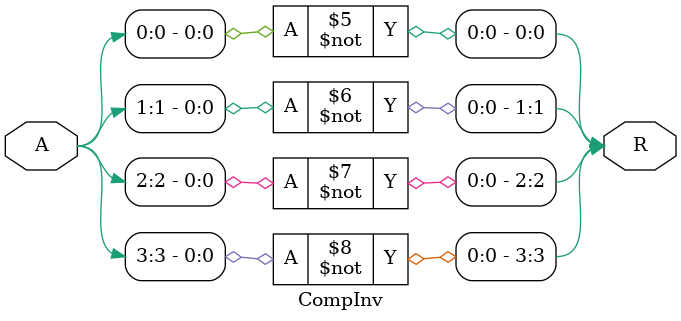
<source format=sv>
module CompInv #(parameter N = 4) (input logic [N-1:0] A, output logic [N-1:0] R);

  always @* begin
    for (int i = 0; i < N; i = i + 1) begin
      R[i] = ~A[i];
    end
  end

endmodule

</source>
